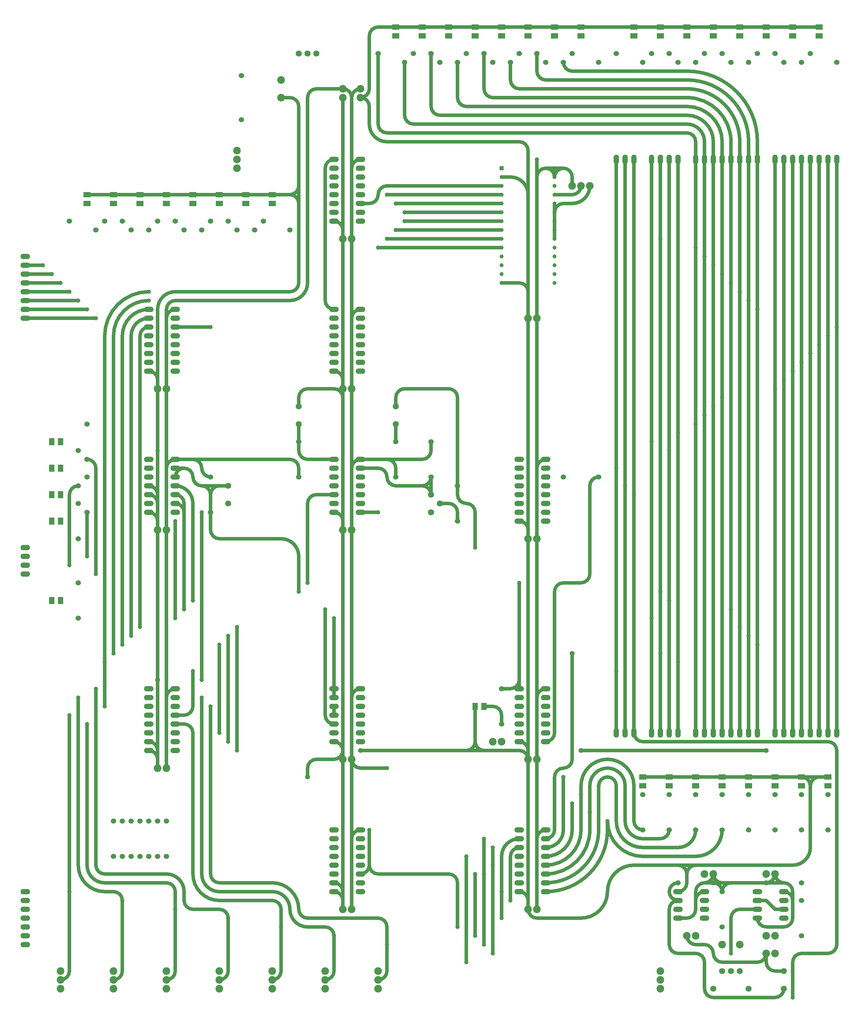
<source format=gbr>
G04 DesignSpark PCB Gerber Version 10.0 Build 5299*
%FSLAX35Y35*%
%MOIN*%
%ADD78O,0.06000X0.11000*%
%ADD84R,0.06000X0.08000*%
%ADD79R,0.04563X0.04563*%
%ADD11C,0.03937*%
%ADD80C,0.04563*%
%ADD76C,0.04800*%
%ADD77C,0.05600*%
%ADD81O,0.11000X0.06000*%
%ADD83R,0.08000X0.06000*%
%ADD71C,0.06000*%
%ADD18C,0.06890*%
%ADD82C,0.07000*%
%ADD20C,0.08661*%
X0Y0D02*
D02*
D11*
X20250Y790250D02*
X100250D01*
X40250Y850250D02*
X20250D01*
X50250Y840250D02*
X20250D01*
X60250Y40250D02*
G75*
G03*
X70250Y50250I0J10000D01*
G01*
Y140250D01*
X60250Y830250D02*
X20250D01*
X70250Y140250D02*
Y340250D01*
Y820250D02*
X20250D01*
X80250Y600250D02*
G75*
G03*
X70250Y590250I0J-10000D01*
G01*
Y510250D01*
X80250Y810250D02*
X20250D01*
X90250Y570250D02*
Y520250D01*
Y630250D02*
G75*
G02*
X100250Y620250I0J-10000D01*
G01*
Y500250D01*
X90250Y800250D02*
X20250D01*
X90250Y930250D02*
X120250D01*
X110250Y400250D02*
Y350250D01*
X120250Y40250D02*
G75*
G03*
X130250Y50250I0J10000D01*
G01*
Y130250D01*
X120250Y930250D02*
X150250D01*
X130250Y130250D02*
G75*
G03*
X120250Y140250I-10000J0D01*
G01*
X110250D01*
G75*
G02*
X80250Y170250I0J30000D01*
G01*
Y360250D01*
X150250Y930250D02*
X180250D01*
X160250Y310250D02*
G75*
G02*
X170250Y300250I0J-10000D01*
G01*
X160250Y570250D02*
G75*
G02*
X170250Y560250I0J-10000D01*
G01*
X160250Y590250D02*
G75*
G02*
X170250Y580250I0J-10000D01*
G01*
X160250Y600250D02*
G75*
G02*
X170250Y590250I0J-10000D01*
G01*
X160250Y730250D02*
G75*
G02*
X170250Y720250I0J-10000D01*
G01*
X160250Y780250D02*
G75*
G03*
X150250Y770250I0J-10000D01*
G01*
Y440250D01*
X160250Y790250D02*
G75*
G03*
X140250Y770250I0J-20000D01*
G01*
Y430250D01*
X160250Y800250D02*
G75*
G03*
X130250Y770250I0J-30000D01*
G01*
Y420250D01*
X160250Y810250D02*
G75*
G03*
X120250Y770250I0J-40000D01*
G01*
Y410250D01*
X160250Y820250D02*
G75*
G03*
X110250Y770250I0J-50000D01*
G01*
Y400250D01*
X170250Y280250D02*
Y290250D01*
G75*
G03*
X160250Y300250I-10000J0D01*
G01*
X170250D02*
Y290250D01*
Y380250D02*
Y300250D01*
Y550250D02*
Y380250D01*
Y560250D02*
Y550250D01*
Y580250D02*
Y560250D01*
Y590250D02*
Y580250D01*
Y640250D02*
Y590250D01*
Y710250D02*
Y640250D01*
Y720250D02*
Y800250D01*
G75*
G02*
X190250Y820250I20000J0D01*
G01*
X320250D01*
G75*
G03*
X330250Y830250I0J10000D01*
G01*
Y920250D01*
X170250Y720250D02*
Y710250D01*
X180250Y40250D02*
G75*
G03*
X190250Y50250I0J10000D01*
G01*
Y120250D01*
X180250Y280250D02*
Y360250D01*
G75*
G02*
X190250Y370250I10000J0D01*
G01*
X180250Y550250D02*
Y360250D01*
Y550250D02*
Y620250D01*
G75*
G02*
X190250Y630250I10000J0D01*
G01*
X180250Y710250D02*
Y790250D01*
Y710250D02*
Y620250D01*
Y790250D02*
Y800250D01*
G75*
G02*
X190250Y810250I10000J0D01*
G01*
X320250D01*
G75*
G03*
X340250Y830250I0J20000D01*
G01*
Y990250D01*
Y1040250D01*
G75*
G02*
X350250Y1050250I10000J0D01*
G01*
X380250D01*
X180250Y790250D02*
G75*
G02*
X190250Y800250I10000J0D01*
G01*
X180250Y930250D02*
X210250D01*
X190250Y120250D02*
Y140250D01*
G75*
G03*
X180250Y150250I-10000J0D01*
G01*
X110250D01*
G75*
G02*
X90250Y170250I0J20000D01*
G01*
Y330250D01*
X190250Y340250D02*
X200250D01*
G75*
G03*
X210250Y350250I0J10000D01*
G01*
Y390250D01*
X190250Y560250D02*
Y450250D01*
Y580250D02*
G75*
G02*
X200250Y570250I0J-10000D01*
G01*
X190250Y590250D02*
G75*
G02*
X200250Y580250I0J-10000D01*
G01*
Y570250D01*
X190250Y600250D02*
G75*
G02*
X210250Y580250I0J-20000D01*
G01*
Y470250D01*
X190250Y610250D02*
G75*
G02*
X200250Y620250I10000J0D01*
G01*
X190250D02*
X200250D01*
Y570250D02*
Y460250D01*
Y620250D02*
G75*
G02*
X210250Y610250I0J-10000D01*
G01*
G75*
G03*
X220250Y600250I10000J0D01*
G01*
X210250Y630250D02*
X320250D01*
G75*
G02*
X330250Y620250I0J-10000D01*
G01*
Y610250D01*
X210250Y630250D02*
X190250D01*
X210250Y930250D02*
X240250D01*
X220250Y380250D02*
Y570250D01*
Y600250D02*
X240250D01*
X230250Y350250D02*
Y160250D01*
G75*
G03*
X240250Y150250I10000J0D01*
G01*
X300250D01*
G75*
G02*
X330250Y120250I0J-30000D01*
G01*
G75*
G03*
X340250Y110250I10000J0D01*
G01*
X420250D01*
G75*
G02*
X430250Y100250I0J-10000D01*
G01*
Y80250D01*
X230250Y590250D02*
G75*
G03*
X220250Y600250I-10000J0D01*
G01*
X230250Y590250D02*
Y570250D01*
Y610250D02*
G75*
G02*
X220250Y620250I0J10000D01*
G01*
G75*
G03*
X210250Y630250I-10000J0D01*
G01*
X230250Y780250D02*
X190250D01*
X240250Y40250D02*
G75*
G03*
X250250Y50250I0J10000D01*
G01*
Y110250D01*
X240250Y320250D02*
Y420250D01*
Y600250D02*
G75*
G03*
X230250Y590250I0J-10000D01*
G01*
X240250Y930250D02*
X270250D01*
X250250Y110250D02*
G75*
G03*
X240250Y120250I-10000J0D01*
G01*
X210250D01*
G75*
G02*
X200250Y130250I0J10000D01*
G01*
Y140250D01*
G75*
G03*
X180250Y160250I-20000J0D01*
G01*
X110250D01*
G75*
G02*
X100250Y170250I0J10000D01*
G01*
Y370250D01*
X250250Y310250D02*
Y430250D01*
Y600250D02*
X240250D01*
X260250Y300250D02*
Y440250D01*
X270250Y930250D02*
X300250D01*
Y40250D02*
G75*
G03*
X310250Y50250I0J10000D01*
G01*
Y100250D01*
X300250Y930250D02*
X320250D01*
X310250Y100250D02*
Y120250D01*
G75*
G03*
X300250Y130250I-10000J0D01*
G01*
X240250D01*
G75*
G02*
X210250Y160250I0J30000D01*
G01*
Y320250D01*
G75*
G03*
X200250Y330250I-10000J0D01*
G01*
X190250D01*
X320250Y930250D02*
G75*
G03*
X330250Y940250I0J10000D01*
G01*
X320250Y930250D02*
G75*
G02*
X330250Y920250I0J-10000D01*
G01*
Y480250D02*
Y520250D01*
G75*
G03*
X310250Y540250I-20000J0D01*
G01*
X240250D01*
G75*
G02*
X230250Y550250I0J10000D01*
G01*
Y570250D01*
X330250Y650250D02*
Y670250D01*
Y690250D02*
Y700250D01*
G75*
G02*
X340250Y710250I10000J0D01*
G01*
X370250D01*
G75*
G02*
X380250Y700250I0J-10000D01*
G01*
X330250Y920250D02*
Y940250D01*
Y990250D01*
Y1030250D01*
G75*
G03*
X320250Y1040250I-10000J0D01*
G01*
X310250D01*
X340250Y270250D02*
Y280250D01*
G75*
G02*
X350250Y290250I10000J0D01*
G01*
X370250D01*
G75*
G03*
X380250Y300250I0J10000D01*
G01*
X360250Y40250D02*
G75*
G03*
X370250Y50250I0J10000D01*
G01*
Y90250D01*
X360250Y460250D02*
Y340250D01*
G75*
G03*
X370250Y330250I10000J0D01*
G01*
Y90250D02*
G75*
G03*
X360250Y100250I-10000J0D01*
G01*
X340250D01*
G75*
G02*
X320250Y120250I0J20000D01*
G01*
G75*
G03*
X300250Y140250I-20000J0D01*
G01*
X240250D01*
G75*
G02*
X220250Y160250I0J20000D01*
G01*
Y360250D01*
X370250Y150250D02*
G75*
G02*
X380250Y140250I0J-10000D01*
G01*
X370250Y350250D02*
Y340250D01*
Y370250D02*
Y360250D01*
Y370250D02*
Y450250D01*
Y570250D02*
G75*
G02*
X380250Y560250I0J-10000D01*
G01*
X370250Y590250D02*
X350250D01*
G75*
G03*
X340250Y580250I0J-10000D01*
G01*
Y490250D01*
X370250Y630250D02*
X340250D01*
G75*
G02*
X330250Y640250I0J10000D01*
G01*
Y650250D01*
X370250Y730250D02*
G75*
G02*
X380250Y720250I0J-10000D01*
G01*
X370250Y800250D02*
G75*
G02*
X360250Y810250I0J10000D01*
G01*
Y960250D01*
G75*
G02*
X370250Y970250I10000J0D01*
G01*
X380250Y120250D02*
Y130250D01*
Y140250D01*
Y130250D02*
G75*
G03*
X370250Y140250I-10000J0D01*
G01*
X380250D02*
Y290250D01*
Y300250D01*
Y550250D01*
Y300250D02*
G75*
G03*
X370250Y310250I-10000J0D01*
G01*
X380250Y560250D02*
Y550250D01*
Y700250D02*
Y560250D01*
Y710250D02*
Y700250D01*
Y720250D02*
Y710250D01*
Y880250D02*
Y720250D01*
Y880250D02*
Y890250D01*
Y990250D01*
Y1040250D01*
Y890250D02*
G75*
G03*
X370250Y900250I-10000J0D01*
G01*
X390250Y120250D02*
Y200250D01*
Y290250D01*
Y200250D02*
G75*
G02*
X400250Y210250I10000J0D01*
G01*
X390250Y290250D02*
G75*
G03*
X400250Y280250I10000J0D01*
G01*
X430250D01*
X390250Y290250D02*
Y360250D01*
G75*
G02*
X400250Y370250I10000J0D01*
G01*
X390250Y550250D02*
Y360250D01*
Y550250D02*
Y620250D01*
Y710250D01*
Y790250D01*
Y880250D01*
Y790250D02*
G75*
G02*
X400250Y800250I10000J0D01*
G01*
X390250Y960250D02*
Y990250D01*
Y1040250D01*
Y960250D02*
Y880250D01*
Y1040250D02*
G75*
G03*
X380250Y1050250I-10000J0D01*
G01*
X400250Y300250D02*
X520250D01*
X400250Y570250D02*
X420250D01*
X400250Y620250D02*
X420250D01*
G75*
G02*
X430250Y610250I0J-10000D01*
G01*
G75*
G03*
X440250Y600250I10000J0D01*
G01*
X470250D01*
X400250Y630250D02*
X430250D01*
X400250D02*
G75*
G03*
X390250Y620250I0J-10000D01*
G01*
X400250Y970250D02*
G75*
G03*
X390250Y960250I0J-10000D01*
G01*
X400250Y1040250D02*
G75*
G02*
X410250Y1030250I0J-10000D01*
G01*
Y1010250D01*
G75*
G03*
X430250Y990250I20000J0D01*
G01*
X580250D01*
G75*
G02*
X590250Y980250I0J-10000D01*
G01*
Y930250D01*
X400250Y1040250D02*
G75*
G03*
X410250Y1050250I0J10000D01*
G01*
Y1110250D01*
G75*
G02*
X420250Y1120250I10000J0D01*
G01*
X440250D01*
X400250Y1050250D02*
G75*
G03*
X390250Y1040250I0J-10000D01*
G01*
X410250Y170250D02*
G75*
G02*
X400250Y160250I-10000J0D01*
G01*
X410250Y170250D02*
G75*
G03*
X420250Y160250I10000J0D01*
G01*
X500250D01*
G75*
G02*
X510250Y150250I0J-10000D01*
G01*
Y100250D01*
X410250Y210250D02*
Y170250D01*
X420250Y40250D02*
G75*
G03*
X430250Y50250I0J10000D01*
G01*
Y80250D01*
X420250Y870250D02*
X560250D01*
X420250Y1090250D02*
Y1010250D01*
G75*
G03*
X430250Y1000250I10000J0D01*
G01*
X770250D01*
G75*
G02*
X780250Y990250I0J-10000D01*
G01*
Y970250D01*
X430250Y630250D02*
G75*
G02*
X440250Y620250I0J-10000D01*
G01*
Y610250D01*
X430250Y930250D02*
X560250D01*
X440250Y650250D02*
Y670250D01*
Y890250D02*
X560250D01*
X440250Y1120250D02*
X470250D01*
X450250Y900250D02*
X560250D01*
X450250Y910250D02*
X560250D01*
X470250Y600250D02*
G75*
G03*
X480250Y610250I0J10000D01*
G01*
X470250Y1120250D02*
X500250D01*
X480250Y590250D02*
G75*
G03*
X470250Y600250I-10000J0D01*
G01*
X480250Y610250D02*
Y590250D01*
Y650250D02*
Y640250D01*
G75*
G02*
X470250Y630250I-10000J0D01*
G01*
X430250D01*
X480250Y1090250D02*
Y1030250D01*
G75*
G03*
X490250Y1020250I10000J0D01*
G01*
X770250D01*
G75*
G02*
X800250Y990250I0J-30000D01*
G01*
Y970250D01*
X490250Y580250D02*
X500250D01*
G75*
G02*
X510250Y570250I0J-10000D01*
G01*
Y560250D01*
X500250Y1120250D02*
X530250D01*
X510250Y600250D02*
Y590250D01*
G75*
G03*
X520250Y580250I10000J0D01*
G01*
G75*
G02*
X530250Y570250I0J-10000D01*
G01*
Y530250D01*
X510250Y600250D02*
Y700250D01*
G75*
G03*
X500250Y710250I-10000J0D01*
G01*
X450250D01*
G75*
G03*
X440250Y700250I0J-10000D01*
G01*
Y690250D01*
X520250Y180250D02*
Y60250D01*
Y300250D02*
X540250D01*
X530250Y90250D02*
Y160250D01*
Y310250D02*
G75*
G02*
X520250Y300250I-10000J0D01*
G01*
X530250Y310250D02*
G75*
G03*
X540250Y300250I10000J0D01*
G01*
X530250Y350250D02*
Y310250D01*
Y1120250D02*
X560250D01*
X540250Y160250D02*
Y80250D01*
Y200250D02*
Y160250D01*
Y300250D02*
X580250D01*
G75*
G02*
X590250Y290250I0J-10000D01*
G01*
X540250Y1090250D02*
Y1050250D01*
G75*
G03*
X550250Y1040250I10000J0D01*
G01*
X770250D01*
G75*
G02*
X820250Y990250I0J-50000D01*
G01*
Y970250D01*
X550250Y170250D02*
Y70250D01*
Y190250D02*
Y170250D01*
X560250Y140250D02*
Y110250D01*
Y140250D02*
Y180250D01*
G75*
G02*
X580250Y200250I20000J0D01*
G01*
X560250Y330250D02*
Y340250D01*
G75*
G03*
X550250Y350250I-10000J0D01*
G01*
X540250D01*
X560250Y370250D02*
X570250D01*
G75*
G03*
X580250Y380250I0J10000D01*
G01*
X560250Y880250D02*
X430250D01*
X560250Y920250D02*
X440250D01*
X560250Y940250D02*
X430250D01*
G75*
G03*
X420250Y930250I0J-10000D01*
G01*
G75*
G02*
X410250Y920250I-10000J0D01*
G01*
X400250D01*
X560250Y1120250D02*
X590250D01*
X570250Y130250D02*
Y180250D01*
G75*
G02*
X580250Y190250I10000J0D01*
G01*
Y370250D02*
Y380250D01*
Y490250D01*
X590250Y120250D02*
G75*
G03*
X600250Y110250I10000J0D01*
G01*
X650250D01*
G75*
G03*
X680250Y140250I0J30000D01*
G01*
G75*
G02*
X710250Y170250I30000J0D01*
G01*
X760250D01*
X590250Y120250D02*
Y130250D01*
Y290250D01*
Y130250D02*
G75*
G03*
X580250Y140250I-10000J0D01*
G01*
X590250Y290250D02*
Y300250D01*
Y540250D01*
Y300250D02*
G75*
G03*
X580250Y310250I-10000J0D01*
G01*
X590250Y540250D02*
Y550250D01*
G75*
G03*
X580250Y560250I-10000J0D01*
G01*
X590250Y790250D02*
Y550250D01*
Y790250D02*
Y820250D01*
G75*
G03*
X580250Y830250I-10000J0D01*
G01*
X560250D01*
X590250Y930250D02*
G75*
G03*
X570250Y950250I-20000J0D01*
G01*
X560250D01*
X590250Y930250D02*
Y820250D01*
Y1120250D02*
X620250D01*
X600250Y120250D02*
Y200250D01*
Y290250D01*
Y200250D02*
G75*
G02*
X610250Y210250I10000J0D01*
G01*
X600250Y290250D02*
Y360250D01*
Y540250D01*
Y360250D02*
G75*
G02*
X610250Y370250I10000J0D01*
G01*
X600250Y540250D02*
Y620250D01*
Y790250D01*
Y620250D02*
G75*
G02*
X610250Y630250I10000J0D01*
G01*
X600250Y790250D02*
Y950250D01*
G75*
G02*
X610250Y960250I10000J0D01*
G01*
X600250Y970250D02*
Y950250D01*
Y1090250D02*
Y1070250D01*
G75*
G03*
X610250Y1060250I10000J0D01*
G01*
X770250D01*
G75*
G02*
X840250Y990250I0J-70000D01*
G01*
Y970250D01*
X610250Y150250D02*
G75*
G03*
X670250Y210250I0J60000D01*
G01*
Y250250D01*
X610250Y170250D02*
G75*
G03*
X650250Y210250I0J40000D01*
G01*
Y250250D01*
X610250Y190250D02*
G75*
G03*
X630250Y210250I0J20000D01*
G01*
Y270250D01*
X610250Y200250D02*
G75*
G03*
X620250Y210250I0J10000D01*
G01*
Y270250D01*
G75*
G02*
X630250Y280250I10000J0D01*
G01*
G75*
G03*
X640250Y290250I0J10000D01*
G01*
Y410250D01*
X610250Y960250D02*
G75*
G02*
X620250Y950250I0J-10000D01*
G01*
X610250Y960250D02*
X620250D01*
Y890250D02*
Y880250D01*
Y900250D02*
Y890250D01*
Y910250D02*
Y900250D01*
Y920250D02*
Y910250D01*
Y930250D02*
X640250D01*
G75*
G03*
X650250Y940250I0J10000D01*
G01*
X620250Y950250D02*
Y960250D01*
X630250D01*
X620250Y1120250D02*
X650250D01*
X630250Y960250D02*
G75*
G03*
X620250Y950250I0J-10000D01*
G01*
X640250Y240250D02*
Y210250D01*
G75*
G02*
X610250Y180250I-30000J0D01*
G01*
X640250Y940250D02*
Y950250D01*
G75*
G03*
X630250Y960250I-10000J0D01*
G01*
X650250Y250250D02*
Y260250D01*
G75*
G02*
X680250Y290250I30000J0D01*
G01*
G75*
G02*
X710250Y260250I0J-30000D01*
G01*
Y220250D01*
G75*
G03*
X720250Y210250I10000J0D01*
G01*
X650250Y1120250D02*
X710250D01*
X660250Y230250D02*
Y260250D01*
G75*
G02*
X680250Y280250I20000J0D01*
G01*
G75*
G02*
X700250Y260250I0J-20000D01*
G01*
Y220250D01*
G75*
G03*
X720250Y200250I20000J0D01*
G01*
X740250D01*
G75*
G03*
X750250Y210250I0J10000D01*
G01*
X660250Y230250D02*
Y210250D01*
G75*
G02*
X610250Y160250I-50000J0D01*
G01*
X660250Y940250D02*
G75*
G02*
X640250Y920250I-20000J0D01*
G01*
X630250D01*
G75*
G03*
X620250Y910250I0J-10000D01*
G01*
X670250Y250250D02*
Y260250D01*
G75*
G02*
X680250Y270250I10000J0D01*
G01*
G75*
G02*
X690250Y260250I0J-10000D01*
G01*
Y220250D01*
G75*
G03*
X720250Y190250I30000J0D01*
G01*
X760250D01*
G75*
G03*
X780250Y210250I0J20000D01*
G01*
X670250Y250250D02*
Y260250D01*
Y610250D02*
G75*
G03*
X660250Y600250I0J-10000D01*
G01*
Y500250D01*
G75*
G02*
X650250Y490250I-10000J0D01*
G01*
X630250D01*
G75*
G03*
X620250Y480250I0J-10000D01*
G01*
Y320250D01*
G75*
G02*
X610250Y310250I-10000J0D01*
G01*
X680250Y220250D02*
G75*
G03*
X720250Y180250I40000J0D01*
G01*
X780250D01*
G75*
G03*
X810250Y210250I0J30000D01*
G01*
X680250Y220250D02*
Y210250D01*
G75*
G02*
X610250Y140250I-70000J0D01*
G01*
X690250Y390250D02*
Y320250D01*
Y620250D02*
Y390250D01*
Y970250D02*
Y620250D01*
X700250Y320250D02*
Y600250D01*
Y970250D01*
X710250Y590250D02*
Y320250D01*
Y970250D02*
Y590250D01*
Y1120250D02*
X740250D01*
X720250Y270250D02*
X750250D01*
X730250Y320250D02*
Y450250D01*
Y650250D01*
Y970250D01*
X740250Y410250D02*
Y320250D01*
Y480250D02*
Y410250D01*
Y880250D02*
Y480250D01*
Y970250D02*
Y880250D01*
Y1120250D02*
X770250D01*
X750250Y270250D02*
X780250D01*
X750250Y320250D02*
Y470250D01*
Y640250D01*
Y970250D01*
X760250Y110250D02*
X770250D01*
G75*
G03*
X780250Y120250I0J10000D01*
G01*
Y130250D01*
X760250D02*
G75*
G03*
X750250Y120250I0J-10000D01*
G01*
Y80250D01*
G75*
G03*
X760250Y70250I10000J0D01*
G01*
X780250D01*
G75*
G02*
X790250Y60250I0J-10000D01*
G01*
Y30250D01*
G75*
G03*
X800250Y20250I10000J0D01*
G01*
X870250D01*
G75*
G03*
X880250Y30250I0J10000D01*
G01*
X760250Y140250D02*
G75*
G03*
X770250Y150250I0J10000D01*
G01*
Y160250D01*
X760250Y150250D02*
G75*
G03*
X750250Y140250I0J-10000D01*
G01*
G75*
G03*
X760250Y130250I10000J0D01*
G01*
Y170250D02*
X780250D01*
X760250Y400250D02*
Y320250D01*
Y660250D02*
Y400250D01*
Y970250D02*
Y660250D01*
X770250Y160250D02*
G75*
G02*
X780250Y170250I10000J0D01*
G01*
X770250Y160250D02*
G75*
G03*
X760250Y170250I-10000J0D01*
G01*
X770250Y1120250D02*
X800250D01*
X780250Y130250D02*
Y140250D01*
G75*
G02*
X790250Y150250I10000J0D01*
G01*
X780250Y170250D02*
X890250D01*
G75*
G03*
X910250Y190250I0J20000D01*
G01*
Y260250D01*
X780250Y270250D02*
X810250D01*
X780250Y320250D02*
Y670250D01*
Y870250D01*
Y970250D01*
X790250Y140250D02*
G75*
G03*
X780250Y130250I0J-10000D01*
G01*
X790250Y150250D02*
X800250D01*
X790250Y680250D02*
Y320250D01*
Y860250D02*
Y680250D01*
Y970250D02*
Y990250D01*
G75*
G03*
X770250Y1010250I-20000J0D01*
G01*
X460250D01*
G75*
G02*
X450250Y1020250I0J10000D01*
G01*
Y1080250D01*
X790250Y970250D02*
Y860250D01*
X800250Y150250D02*
G75*
G02*
X810250Y140250I0J-10000D01*
G01*
X800250Y150250D02*
X810250D01*
X800250Y160250D02*
G75*
G03*
X810250Y150250I10000J0D01*
G01*
X800250Y160250D02*
G75*
G02*
X790250Y150250I-10000J0D01*
G01*
X800250Y320250D02*
Y690250D01*
Y850250D01*
Y970250D01*
Y1120250D02*
X830250D01*
X810250Y140250D02*
G75*
G02*
X820250Y150250I10000J0D01*
G01*
X810250D02*
X820250D01*
X810250Y270250D02*
X840250D01*
X810250Y700250D02*
Y320250D01*
Y840250D02*
Y700250D01*
Y970250D02*
Y990250D01*
G75*
G03*
X770250Y1030250I-40000J0D01*
G01*
X520250D01*
G75*
G02*
X510250Y1040250I0J10000D01*
G01*
Y1080250D01*
X810250Y970250D02*
Y840250D01*
X820250Y150250D02*
X860250D01*
X820250Y320250D02*
Y460250D01*
Y830250D01*
Y970250D01*
X830250Y440250D02*
Y320250D01*
Y820250D02*
Y440250D01*
Y970250D02*
Y990250D01*
G75*
G03*
X770250Y1050250I-60000J0D01*
G01*
X580250D01*
G75*
G02*
X570250Y1060250I0J10000D01*
G01*
Y1080250D01*
X830250Y970250D02*
Y820250D01*
Y1120250D02*
X860250D01*
X840250Y270250D02*
X870250D01*
X840250Y320250D02*
Y430250D01*
Y810250D01*
Y970250D01*
X850250Y110250D02*
G75*
G03*
X860250Y100250I10000J0D01*
G01*
X880250D01*
G75*
G03*
X890250Y110250I0J10000D01*
G01*
Y130250D01*
X850250Y120250D02*
X830250D01*
G75*
G03*
X820250Y110250I0J-10000D01*
G01*
Y70250D01*
X850250Y420250D02*
Y320250D01*
Y800250D02*
Y420250D01*
Y970250D02*
Y990250D01*
G75*
G03*
X770250Y1070250I-80000J0D01*
G01*
X640250D01*
G75*
G02*
X630250Y1080250I0J10000D01*
G01*
X850250Y970250D02*
Y800250D01*
X860250Y70250D02*
G75*
G02*
X850250Y60250I-10000J0D01*
G01*
X810250D01*
G75*
G02*
X800250Y70250I0J10000D01*
G01*
G75*
G03*
X790250Y80250I-10000J0D01*
G01*
X780250D01*
G75*
G02*
X770250Y90250I0J10000D01*
G01*
X860250Y150250D02*
X880250D01*
X860250Y300250D02*
X650250D01*
X860250Y1120250D02*
X890250D01*
X870250Y160250D02*
G75*
G03*
X880250Y150250I10000J0D01*
G01*
X870250Y160250D02*
G75*
G02*
X860250Y150250I-10000J0D01*
G01*
X870250Y270250D02*
X900250D01*
X870250Y320250D02*
Y710250D01*
Y970250D01*
X880250Y50250D02*
X870250D01*
G75*
G02*
X860250Y60250I0J10000D01*
G01*
Y70250D01*
X880250Y120250D02*
X870250D01*
X860250Y130250D01*
X850250D01*
X880250Y150250D02*
G75*
G02*
X890250Y140250I0J-10000D01*
G01*
Y130250D01*
X880250Y720250D02*
Y320250D01*
Y970250D02*
Y720250D01*
X890250Y20250D02*
Y60250D01*
G75*
G02*
X900250Y70250I10000J0D01*
G01*
X930250D01*
G75*
G03*
X940250Y80250I0J10000D01*
G01*
Y300250D01*
G75*
G03*
X930250Y310250I-10000J0D01*
G01*
X720250D01*
G75*
G02*
X710250Y320250I0J10000D01*
G01*
X890250Y130250D02*
G75*
G03*
X880250Y140250I-10000J0D01*
G01*
X890250Y320250D02*
Y730250D01*
Y970250D01*
Y1120250D02*
X920250D01*
X900250Y270250D02*
X920250D01*
X900250Y740250D02*
Y320250D01*
Y970250D02*
Y740250D01*
X910250Y260250D02*
G75*
G03*
X900250Y270250I-10000J0D01*
G01*
X910250Y320250D02*
Y750250D01*
Y970250D01*
X920250Y270250D02*
G75*
G03*
X910250Y260250I0J-10000D01*
G01*
X920250Y270250D02*
X930250D01*
X920250Y760250D02*
Y320250D01*
Y970250D02*
Y760250D01*
X930250Y320250D02*
Y770250D01*
Y970250D01*
X940250Y780250D02*
Y320250D01*
Y970250D02*
Y780250D01*
D02*
D18*
X250250Y580250D03*
Y600250D03*
X330250Y670250D03*
Y690250D03*
X440250Y670250D03*
Y690250D03*
X800250Y30250D03*
X810250Y50250D03*
X820250D03*
X830250D03*
X840250Y30250D03*
X880250D03*
Y50250D03*
D02*
D71*
X70250Y900250D03*
X80250Y450250D03*
Y490250D03*
Y540250D03*
Y580250D03*
Y600250D03*
Y640250D03*
X90250Y570250D03*
Y610250D03*
Y630250D03*
Y670250D03*
X100250Y890250D03*
X110250Y900250D03*
X120250Y180250D03*
Y220250D03*
X130250Y180250D03*
Y220250D03*
Y900250D03*
X140250Y180250D03*
Y220250D03*
Y890250D03*
X150250Y180250D03*
Y220250D03*
X160250Y180250D03*
Y220250D03*
Y890250D03*
X170250Y180250D03*
Y220250D03*
Y900250D03*
X180250Y180250D03*
Y220250D03*
X190250Y900250D03*
X200250Y890250D03*
X220250D03*
X230250Y570250D03*
Y610250D03*
Y900250D03*
X250250D03*
X260250Y890250D03*
X265250Y1015250D03*
Y1065250D03*
X280250Y890250D03*
X290250Y900250D03*
X320250Y890250D03*
X330250Y610250D03*
Y650250D03*
X420250Y1090250D03*
X440250Y610250D03*
Y650250D03*
X450250Y1080250D03*
X460250Y1090250D03*
X480250Y610250D03*
Y650250D03*
Y1090250D03*
X490250Y1080250D03*
X510250Y560250D03*
Y600250D03*
Y1080250D03*
X520250Y1090250D03*
X540250D03*
X550250Y1080250D03*
X560250Y330250D03*
Y370250D03*
X570250Y1080250D03*
X580250Y1090250D03*
X600250D03*
X610250Y1080250D03*
X630250Y610250D03*
Y1080250D03*
X640250Y1090250D03*
X670250Y610250D03*
Y1080250D03*
X690250Y1090250D03*
X720250Y210250D03*
Y250250D03*
Y1080250D03*
X730250Y1090250D03*
X750250Y210250D03*
Y250250D03*
Y1090250D03*
X760250Y150250D03*
Y1080250D03*
X780250Y210250D03*
Y250250D03*
Y1080250D03*
X790250Y1090250D03*
X800250Y150250D03*
X810250Y100250D03*
Y140250D03*
Y210250D03*
Y250250D03*
Y1090250D03*
X820250Y1080250D03*
X840250Y210250D03*
Y250250D03*
Y1080250D03*
X850250Y1090250D03*
X860250Y150250D03*
X870250Y210250D03*
Y250250D03*
Y1090250D03*
X880250Y1080250D03*
X900250Y90250D03*
Y130250D03*
Y150250D03*
Y210250D03*
Y250250D03*
Y1080250D03*
X910250Y1090250D03*
X930250Y210250D03*
Y250250D03*
X940250Y1080250D03*
D02*
D20*
X60250Y30250D03*
Y40250D03*
Y50250D03*
X120250Y30250D03*
Y40250D03*
Y50250D03*
X170250Y280250D03*
Y550250D03*
Y710250D03*
X180250Y30250D03*
Y40250D03*
Y50250D03*
Y280250D03*
Y550250D03*
Y710250D03*
X240250Y30250D03*
Y40250D03*
Y50250D03*
X260250Y960250D03*
Y970250D03*
Y980250D03*
X300250Y30250D03*
Y40250D03*
Y50250D03*
X310250Y1040250D03*
Y1060250D03*
X360250Y30250D03*
Y40250D03*
Y50250D03*
X380250Y120250D03*
Y290250D03*
Y550250D03*
Y710250D03*
Y880250D03*
Y1040250D03*
Y1050250D03*
X390250Y120250D03*
Y290250D03*
Y550250D03*
Y710250D03*
Y880250D03*
X400250Y1040250D03*
Y1050250D03*
X420250Y30250D03*
Y40250D03*
Y50250D03*
X550250Y310250D03*
X560250D03*
X590250Y120250D03*
Y290250D03*
Y540250D03*
Y790250D03*
X600250Y120250D03*
Y290250D03*
Y540250D03*
Y790250D03*
X640250Y940250D03*
X650250D03*
X660250D03*
X740250Y30250D03*
Y40250D03*
Y50250D03*
X770250Y90250D03*
X780250D03*
X790250Y160250D03*
X800250D03*
X810250Y80250D03*
X830250D03*
X860250Y70250D03*
Y90250D03*
Y160250D03*
X870250Y70250D03*
Y90250D03*
Y160250D03*
D02*
D76*
X40250Y850250D03*
X50250Y840250D03*
X60250Y830250D03*
X70250Y140250D03*
Y340250D03*
Y510250D03*
Y820250D03*
X80250Y360250D03*
Y810250D03*
X90250Y330250D03*
Y520250D03*
Y800250D03*
X100250Y370250D03*
Y500250D03*
Y790250D03*
X110250Y350250D03*
Y400250D03*
X120250Y410250D03*
X130250Y130250D03*
Y420250D03*
X140250Y430250D03*
X150250Y440250D03*
X160250Y810250D03*
Y820250D03*
X170250Y640250D03*
X190250Y120250D03*
Y450250D03*
Y560250D03*
X200250Y460250D03*
X210250Y390250D03*
Y470250D03*
X220250Y360250D03*
Y380250D03*
Y570250D03*
X230250Y350250D03*
Y780250D03*
X240250Y320250D03*
Y420250D03*
X250250Y110250D03*
Y310250D03*
Y430250D03*
X260250Y300250D03*
Y440250D03*
X310250Y100250D03*
X330250Y480250D03*
X340250Y490250D03*
X360250Y460250D03*
X370250Y90250D03*
Y450250D03*
X410250Y210250D03*
X420250Y570250D03*
Y870250D03*
X430250Y80250D03*
Y280250D03*
Y880250D03*
Y930250D03*
X440250Y890250D03*
Y920250D03*
X450250Y900250D03*
Y910250D03*
X510250Y100250D03*
X520250Y60250D03*
Y180250D03*
X530250Y90250D03*
Y160250D03*
Y530250D03*
X540250Y80250D03*
Y160250D03*
Y200250D03*
X550250Y70250D03*
Y170250D03*
Y190250D03*
X560250Y110250D03*
Y140250D03*
X570250Y130250D03*
X580250Y490250D03*
X590250Y930250D03*
X600250Y970250D03*
X630250Y270250D03*
X640250Y240250D03*
X650250Y250250D03*
X660250Y230250D03*
X670250Y260250D03*
X680250Y220250D03*
X690250Y390250D03*
Y620250D03*
X700250Y600250D03*
X710250Y590250D03*
X730250Y450250D03*
Y650250D03*
X740250Y410250D03*
Y480250D03*
Y880250D03*
X750250Y470250D03*
Y640250D03*
X760250Y400250D03*
Y660250D03*
X780250Y670250D03*
Y870250D03*
X790250Y680250D03*
Y860250D03*
X800250Y690250D03*
Y850250D03*
X810250Y700250D03*
Y840250D03*
X820250Y70250D03*
Y460250D03*
Y830250D03*
X830250Y440250D03*
Y820250D03*
X840250Y430250D03*
Y810250D03*
X850250Y420250D03*
Y800250D03*
X870250Y710250D03*
X880250Y720250D03*
X890250Y20250D03*
Y730250D03*
X900250Y740250D03*
X910250Y750250D03*
X920250Y760250D03*
X930250Y770250D03*
X940250Y780250D03*
D02*
D77*
X170250Y380250D03*
X340250Y270250D03*
X400250Y300250D03*
X640250Y410250D03*
X650250Y300250D03*
X860250D03*
D02*
D78*
X690250Y320250D03*
Y970250D03*
X700250Y320250D03*
Y970250D03*
X710250Y320250D03*
Y970250D03*
X730250Y320250D03*
Y970250D03*
X740250Y320250D03*
Y970250D03*
X750250Y320250D03*
Y970250D03*
X760250Y320250D03*
Y970250D03*
X780250Y320250D03*
Y970250D03*
X790250Y320250D03*
Y970250D03*
X800250Y320250D03*
Y970250D03*
X810250Y320250D03*
Y970250D03*
X820250Y320250D03*
Y970250D03*
X830250Y320250D03*
Y970250D03*
X840250Y320250D03*
Y970250D03*
X850250Y320250D03*
Y970250D03*
X870250Y320250D03*
Y970250D03*
X880250Y320250D03*
Y970250D03*
X890250Y320250D03*
Y970250D03*
X900250Y320250D03*
Y970250D03*
X910250Y320250D03*
Y970250D03*
X920250Y320250D03*
Y970250D03*
X930250Y320250D03*
Y970250D03*
X940250Y320250D03*
Y970250D03*
D02*
D79*
X560250Y960250D03*
D02*
D80*
Y830250D03*
Y840250D03*
Y850250D03*
Y860250D03*
Y870250D03*
Y880250D03*
Y890250D03*
Y900250D03*
Y910250D03*
Y920250D03*
Y930250D03*
Y940250D03*
Y950250D03*
X620250Y830250D03*
Y840250D03*
Y850250D03*
Y860250D03*
Y870250D03*
Y880250D03*
Y890250D03*
Y900250D03*
Y910250D03*
Y920250D03*
Y930250D03*
Y940250D03*
Y950250D03*
Y960250D03*
D02*
D81*
X20250Y80250D03*
Y90250D03*
Y100250D03*
Y110250D03*
Y120250D03*
Y130250D03*
Y140250D03*
Y500250D03*
Y510250D03*
Y520250D03*
Y530250D03*
Y790250D03*
Y800250D03*
Y810250D03*
Y820250D03*
Y830250D03*
Y840250D03*
Y850250D03*
Y860250D03*
X160250Y300250D03*
Y310250D03*
Y320250D03*
Y330250D03*
Y340250D03*
Y350250D03*
Y360250D03*
Y370250D03*
Y570250D03*
Y580250D03*
Y590250D03*
Y600250D03*
Y610250D03*
Y620250D03*
Y630250D03*
Y730250D03*
Y740250D03*
Y750250D03*
Y760250D03*
Y770250D03*
Y780250D03*
Y790250D03*
Y800250D03*
X190250Y300250D03*
Y310250D03*
Y320250D03*
Y330250D03*
Y340250D03*
Y350250D03*
Y360250D03*
Y370250D03*
Y570250D03*
Y580250D03*
Y590250D03*
Y600250D03*
Y610250D03*
Y620250D03*
Y630250D03*
Y730250D03*
Y740250D03*
Y750250D03*
Y760250D03*
Y770250D03*
Y780250D03*
Y790250D03*
Y800250D03*
X370250Y140250D03*
Y150250D03*
Y160250D03*
Y170250D03*
Y180250D03*
Y190250D03*
Y200250D03*
Y210250D03*
Y310250D03*
Y320250D03*
Y330250D03*
Y340250D03*
Y350250D03*
Y360250D03*
Y370250D03*
Y570250D03*
Y580250D03*
Y590250D03*
Y600250D03*
Y610250D03*
Y620250D03*
Y630250D03*
Y730250D03*
Y740250D03*
Y750250D03*
Y760250D03*
Y770250D03*
Y780250D03*
Y790250D03*
Y800250D03*
Y900250D03*
Y910250D03*
Y920250D03*
Y930250D03*
Y940250D03*
Y950250D03*
Y960250D03*
Y970250D03*
X400250Y140250D03*
Y150250D03*
Y160250D03*
Y170250D03*
Y180250D03*
Y190250D03*
Y200250D03*
Y210250D03*
Y310250D03*
Y320250D03*
Y330250D03*
Y340250D03*
Y350250D03*
Y360250D03*
Y370250D03*
Y570250D03*
Y580250D03*
Y590250D03*
Y600250D03*
Y610250D03*
Y620250D03*
Y630250D03*
Y730250D03*
Y740250D03*
Y750250D03*
Y760250D03*
Y770250D03*
Y780250D03*
Y790250D03*
Y800250D03*
Y900250D03*
Y910250D03*
Y920250D03*
Y930250D03*
Y940250D03*
Y950250D03*
Y960250D03*
Y970250D03*
X580250Y140250D03*
Y150250D03*
Y160250D03*
Y170250D03*
Y180250D03*
Y190250D03*
Y200250D03*
Y210250D03*
Y310250D03*
Y320250D03*
Y330250D03*
Y340250D03*
Y350250D03*
Y360250D03*
Y370250D03*
Y560250D03*
Y570250D03*
Y580250D03*
Y590250D03*
Y600250D03*
Y610250D03*
Y620250D03*
Y630250D03*
X610250Y140250D03*
Y150250D03*
Y160250D03*
Y170250D03*
Y180250D03*
Y190250D03*
Y200250D03*
Y210250D03*
Y310250D03*
Y320250D03*
Y330250D03*
Y340250D03*
Y350250D03*
Y360250D03*
Y370250D03*
Y560250D03*
Y570250D03*
Y580250D03*
Y590250D03*
Y600250D03*
Y610250D03*
Y620250D03*
Y630250D03*
X760250Y110250D03*
Y120250D03*
Y130250D03*
Y140250D03*
X790250Y110250D03*
Y120250D03*
Y130250D03*
Y140250D03*
X850250Y110250D03*
Y120250D03*
Y130250D03*
Y140250D03*
X880250Y110250D03*
Y120250D03*
Y130250D03*
Y140250D03*
D02*
D82*
X330250Y1090250D03*
X340250D03*
X350250D03*
X480250Y570250D03*
Y590250D03*
X490250Y580250D03*
D02*
D83*
X90250Y920250D03*
Y930250D03*
X120250Y920250D03*
Y930250D03*
X150250Y920250D03*
Y930250D03*
X180250Y920250D03*
Y930250D03*
X210250Y920250D03*
Y930250D03*
X240250Y920250D03*
Y930250D03*
X270250Y920250D03*
Y930250D03*
X300250Y920250D03*
Y930250D03*
X440250Y1110250D03*
Y1120250D03*
X470250Y1110250D03*
Y1120250D03*
X500250Y1110250D03*
Y1120250D03*
X530250Y1110250D03*
Y1120250D03*
X560250Y1110250D03*
Y1120250D03*
X590250Y1110250D03*
Y1120250D03*
X620250Y1110250D03*
Y1120250D03*
X650250Y1110250D03*
Y1120250D03*
X710250Y1110250D03*
Y1120250D03*
X720250Y260250D03*
Y270250D03*
X740250Y1110250D03*
Y1120250D03*
X750250Y260250D03*
Y270250D03*
X770250Y1110250D03*
Y1120250D03*
X780250Y260250D03*
Y270250D03*
X800250Y1110250D03*
Y1120250D03*
X810250Y260250D03*
Y270250D03*
X830250Y1110250D03*
Y1120250D03*
X840250Y260250D03*
Y270250D03*
X860250Y1110250D03*
Y1120250D03*
X870250Y260250D03*
Y270250D03*
X890250Y1110250D03*
Y1120250D03*
X900250Y260250D03*
Y270250D03*
X920250Y1110250D03*
Y1120250D03*
X930250Y260250D03*
Y270250D03*
D02*
D84*
X50250Y470250D03*
Y560250D03*
Y590250D03*
Y620250D03*
Y650250D03*
X60250Y470250D03*
Y560250D03*
Y590250D03*
Y620250D03*
Y650250D03*
X530250Y350250D03*
X540250D03*
X0Y0D02*
M02*

</source>
